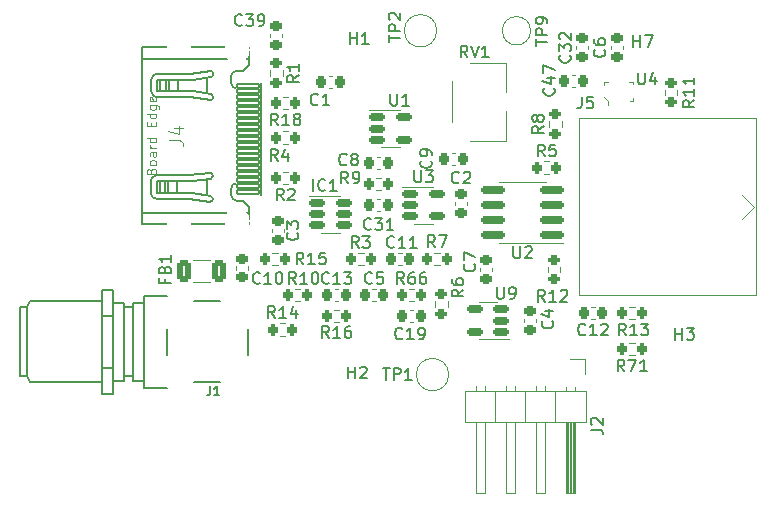
<source format=gbr>
%TF.GenerationSoftware,KiCad,Pcbnew,(6.0.4-0)*%
%TF.CreationDate,2023-05-29T14:49:53-05:00*%
%TF.ProjectId,voltage_sense,766f6c74-6167-4655-9f73-656e73652e6b,rev?*%
%TF.SameCoordinates,Original*%
%TF.FileFunction,Legend,Top*%
%TF.FilePolarity,Positive*%
%FSLAX46Y46*%
G04 Gerber Fmt 4.6, Leading zero omitted, Abs format (unit mm)*
G04 Created by KiCad (PCBNEW (6.0.4-0)) date 2023-05-29 14:49:53*
%MOMM*%
%LPD*%
G01*
G04 APERTURE LIST*
G04 Aperture macros list*
%AMRoundRect*
0 Rectangle with rounded corners*
0 $1 Rounding radius*
0 $2 $3 $4 $5 $6 $7 $8 $9 X,Y pos of 4 corners*
0 Add a 4 corners polygon primitive as box body*
4,1,4,$2,$3,$4,$5,$6,$7,$8,$9,$2,$3,0*
0 Add four circle primitives for the rounded corners*
1,1,$1+$1,$2,$3*
1,1,$1+$1,$4,$5*
1,1,$1+$1,$6,$7*
1,1,$1+$1,$8,$9*
0 Add four rect primitives between the rounded corners*
20,1,$1+$1,$2,$3,$4,$5,0*
20,1,$1+$1,$4,$5,$6,$7,0*
20,1,$1+$1,$6,$7,$8,$9,0*
20,1,$1+$1,$8,$9,$2,$3,0*%
G04 Aperture macros list end*
%ADD10C,0.150000*%
%ADD11C,0.096520*%
%ADD12C,0.100000*%
%ADD13C,0.146710*%
%ADD14C,0.120000*%
%ADD15C,0.127000*%
%ADD16C,0.203200*%
%ADD17RoundRect,0.150000X-0.512500X-0.150000X0.512500X-0.150000X0.512500X0.150000X-0.512500X0.150000X0*%
%ADD18RoundRect,0.200000X0.200000X0.275000X-0.200000X0.275000X-0.200000X-0.275000X0.200000X-0.275000X0*%
%ADD19RoundRect,0.150000X0.825000X0.150000X-0.825000X0.150000X-0.825000X-0.150000X0.825000X-0.150000X0*%
%ADD20R,1.700000X1.700000*%
%ADD21O,1.700000X1.700000*%
%ADD22RoundRect,0.200000X-0.200000X-0.275000X0.200000X-0.275000X0.200000X0.275000X-0.200000X0.275000X0*%
%ADD23RoundRect,0.225000X0.250000X-0.225000X0.250000X0.225000X-0.250000X0.225000X-0.250000X-0.225000X0*%
%ADD24C,2.020000*%
%ADD25RoundRect,0.225000X-0.225000X-0.250000X0.225000X-0.250000X0.225000X0.250000X-0.225000X0.250000X0*%
%ADD26RoundRect,0.200000X-0.275000X0.200000X-0.275000X-0.200000X0.275000X-0.200000X0.275000X0.200000X0*%
%ADD27R,0.420000X0.600000*%
%ADD28RoundRect,0.225000X0.225000X0.250000X-0.225000X0.250000X-0.225000X-0.250000X0.225000X-0.250000X0*%
%ADD29C,2.000000*%
%ADD30C,2.200000*%
%ADD31RoundRect,0.200000X0.275000X-0.200000X0.275000X0.200000X-0.275000X0.200000X-0.275000X-0.200000X0*%
%ADD32O,2.500000X1.600000*%
%ADD33O,7.000000X3.500000*%
%ADD34RoundRect,0.101600X-0.950000X0.150000X-0.950000X-0.150000X0.950000X-0.150000X0.950000X0.150000X0*%
%ADD35RoundRect,0.100000X-0.950000X0.150000X-0.950000X-0.150000X0.950000X-0.150000X0.950000X0.150000X0*%
%ADD36C,2.153200*%
%ADD37C,4.400000*%
%ADD38R,2.790000X1.190000*%
%ADD39C,2.108200*%
%ADD40C,2.870200*%
%ADD41RoundRect,0.150000X0.512500X0.150000X-0.512500X0.150000X-0.512500X-0.150000X0.512500X-0.150000X0*%
%ADD42RoundRect,0.250000X-0.325000X-0.650000X0.325000X-0.650000X0.325000X0.650000X-0.325000X0.650000X0*%
G04 APERTURE END LIST*
D10*
%TO.C,U3*%
X22352095Y20410119D02*
X22352095Y19600595D01*
X22399714Y19505357D01*
X22447333Y19457738D01*
X22542571Y19410119D01*
X22733047Y19410119D01*
X22828285Y19457738D01*
X22875904Y19505357D01*
X22923523Y19600595D01*
X22923523Y20410119D01*
X23304476Y20410119D02*
X23923523Y20410119D01*
X23590190Y20029166D01*
X23733047Y20029166D01*
X23828285Y19981547D01*
X23875904Y19933928D01*
X23923523Y19838690D01*
X23923523Y19600595D01*
X23875904Y19505357D01*
X23828285Y19457738D01*
X23733047Y19410119D01*
X23447333Y19410119D01*
X23352095Y19457738D01*
X23304476Y19505357D01*
%TO.C,R10*%
X12311142Y10787119D02*
X11977809Y11263309D01*
X11739714Y10787119D02*
X11739714Y11787119D01*
X12120666Y11787119D01*
X12215904Y11739500D01*
X12263523Y11691880D01*
X12311142Y11596642D01*
X12311142Y11453785D01*
X12263523Y11358547D01*
X12215904Y11310928D01*
X12120666Y11263309D01*
X11739714Y11263309D01*
X13263523Y10787119D02*
X12692095Y10787119D01*
X12977809Y10787119D02*
X12977809Y11787119D01*
X12882571Y11644261D01*
X12787333Y11549023D01*
X12692095Y11501404D01*
X13882571Y11787119D02*
X13977809Y11787119D01*
X14073047Y11739500D01*
X14120666Y11691880D01*
X14168285Y11596642D01*
X14215904Y11406166D01*
X14215904Y11168071D01*
X14168285Y10977595D01*
X14120666Y10882357D01*
X14073047Y10834738D01*
X13977809Y10787119D01*
X13882571Y10787119D01*
X13787333Y10834738D01*
X13739714Y10882357D01*
X13692095Y10977595D01*
X13644476Y11168071D01*
X13644476Y11406166D01*
X13692095Y11596642D01*
X13739714Y11691880D01*
X13787333Y11739500D01*
X13882571Y11787119D01*
%TO.C,U2*%
X30734095Y13975119D02*
X30734095Y13165595D01*
X30781714Y13070357D01*
X30829333Y13022738D01*
X30924571Y12975119D01*
X31115047Y12975119D01*
X31210285Y13022738D01*
X31257904Y13070357D01*
X31305523Y13165595D01*
X31305523Y13975119D01*
X31734095Y13879880D02*
X31781714Y13927500D01*
X31876952Y13975119D01*
X32115047Y13975119D01*
X32210285Y13927500D01*
X32257904Y13879880D01*
X32305523Y13784642D01*
X32305523Y13689404D01*
X32257904Y13546547D01*
X31686476Y12975119D01*
X32305523Y12975119D01*
%TO.C,J2*%
X37272380Y-1549833D02*
X37986666Y-1549833D01*
X38129523Y-1597452D01*
X38224761Y-1692690D01*
X38272380Y-1835547D01*
X38272380Y-1930785D01*
X37367619Y-1121261D02*
X37320000Y-1073642D01*
X37272380Y-978404D01*
X37272380Y-740309D01*
X37320000Y-645071D01*
X37367619Y-597452D01*
X37462857Y-549833D01*
X37558095Y-549833D01*
X37700952Y-597452D01*
X38272380Y-1168880D01*
X38272380Y-549833D01*
%TO.C,R13*%
X40251142Y6438119D02*
X39917809Y6914309D01*
X39679714Y6438119D02*
X39679714Y7438119D01*
X40060666Y7438119D01*
X40155904Y7390500D01*
X40203523Y7342880D01*
X40251142Y7247642D01*
X40251142Y7104785D01*
X40203523Y7009547D01*
X40155904Y6961928D01*
X40060666Y6914309D01*
X39679714Y6914309D01*
X41203523Y6438119D02*
X40632095Y6438119D01*
X40917809Y6438119D02*
X40917809Y7438119D01*
X40822571Y7295261D01*
X40727333Y7200023D01*
X40632095Y7152404D01*
X41536857Y7438119D02*
X42155904Y7438119D01*
X41822571Y7057166D01*
X41965428Y7057166D01*
X42060666Y7009547D01*
X42108285Y6961928D01*
X42155904Y6866690D01*
X42155904Y6628595D01*
X42108285Y6533357D01*
X42060666Y6485738D01*
X41965428Y6438119D01*
X41679714Y6438119D01*
X41584476Y6485738D01*
X41536857Y6533357D01*
%TO.C,C6*%
X38424142Y30630833D02*
X38471761Y30583214D01*
X38519380Y30440357D01*
X38519380Y30345119D01*
X38471761Y30202261D01*
X38376523Y30107023D01*
X38281285Y30059404D01*
X38090809Y30011785D01*
X37947952Y30011785D01*
X37757476Y30059404D01*
X37662238Y30107023D01*
X37567000Y30202261D01*
X37519380Y30345119D01*
X37519380Y30440357D01*
X37567000Y30583214D01*
X37614619Y30630833D01*
X37519380Y31487976D02*
X37519380Y31297500D01*
X37567000Y31202261D01*
X37614619Y31154642D01*
X37757476Y31059404D01*
X37947952Y31011785D01*
X38328904Y31011785D01*
X38424142Y31059404D01*
X38471761Y31107023D01*
X38519380Y31202261D01*
X38519380Y31392738D01*
X38471761Y31487976D01*
X38424142Y31535595D01*
X38328904Y31583214D01*
X38090809Y31583214D01*
X37995571Y31535595D01*
X37947952Y31487976D01*
X37900333Y31392738D01*
X37900333Y31202261D01*
X37947952Y31107023D01*
X37995571Y31059404D01*
X38090809Y31011785D01*
%TO.C,C7*%
X27408142Y12469833D02*
X27455761Y12422214D01*
X27503380Y12279357D01*
X27503380Y12184119D01*
X27455761Y12041261D01*
X27360523Y11946023D01*
X27265285Y11898404D01*
X27074809Y11850785D01*
X26931952Y11850785D01*
X26741476Y11898404D01*
X26646238Y11946023D01*
X26551000Y12041261D01*
X26503380Y12184119D01*
X26503380Y12279357D01*
X26551000Y12422214D01*
X26598619Y12469833D01*
X26503380Y12803166D02*
X26503380Y13469833D01*
X27503380Y13041261D01*
%TO.C,TP1*%
X19693095Y3659119D02*
X20264523Y3659119D01*
X19978809Y2659119D02*
X19978809Y3659119D01*
X20597857Y2659119D02*
X20597857Y3659119D01*
X20978809Y3659119D01*
X21074047Y3611500D01*
X21121666Y3563880D01*
X21169285Y3468642D01*
X21169285Y3325785D01*
X21121666Y3230547D01*
X21074047Y3182928D01*
X20978809Y3135309D01*
X20597857Y3135309D01*
X22121666Y2659119D02*
X21550238Y2659119D01*
X21835952Y2659119D02*
X21835952Y3659119D01*
X21740714Y3516261D01*
X21645476Y3421023D01*
X21550238Y3373404D01*
%TO.C,R4*%
X10755333Y21201119D02*
X10422000Y21677309D01*
X10183904Y21201119D02*
X10183904Y22201119D01*
X10564857Y22201119D01*
X10660095Y22153500D01*
X10707714Y22105880D01*
X10755333Y22010642D01*
X10755333Y21867785D01*
X10707714Y21772547D01*
X10660095Y21724928D01*
X10564857Y21677309D01*
X10183904Y21677309D01*
X11612476Y21867785D02*
X11612476Y21201119D01*
X11374380Y22248738D02*
X11136285Y21534452D01*
X11755333Y21534452D01*
%TO.C,C31*%
X18661142Y15454357D02*
X18613523Y15406738D01*
X18470666Y15359119D01*
X18375428Y15359119D01*
X18232571Y15406738D01*
X18137333Y15501976D01*
X18089714Y15597214D01*
X18042095Y15787690D01*
X18042095Y15930547D01*
X18089714Y16121023D01*
X18137333Y16216261D01*
X18232571Y16311500D01*
X18375428Y16359119D01*
X18470666Y16359119D01*
X18613523Y16311500D01*
X18661142Y16263880D01*
X18994476Y16359119D02*
X19613523Y16359119D01*
X19280190Y15978166D01*
X19423047Y15978166D01*
X19518285Y15930547D01*
X19565904Y15882928D01*
X19613523Y15787690D01*
X19613523Y15549595D01*
X19565904Y15454357D01*
X19518285Y15406738D01*
X19423047Y15359119D01*
X19137333Y15359119D01*
X19042095Y15406738D01*
X18994476Y15454357D01*
X20565904Y15359119D02*
X19994476Y15359119D01*
X20280190Y15359119D02*
X20280190Y16359119D01*
X20184952Y16216261D01*
X20089714Y16121023D01*
X19994476Y16073404D01*
%TO.C,R6*%
X26487380Y10310833D02*
X26011190Y9977500D01*
X26487380Y9739404D02*
X25487380Y9739404D01*
X25487380Y10120357D01*
X25535000Y10215595D01*
X25582619Y10263214D01*
X25677857Y10310833D01*
X25820714Y10310833D01*
X25915952Y10263214D01*
X25963571Y10215595D01*
X26011190Y10120357D01*
X26011190Y9739404D01*
X25487380Y11167976D02*
X25487380Y10977500D01*
X25535000Y10882261D01*
X25582619Y10834642D01*
X25725476Y10739404D01*
X25915952Y10691785D01*
X26296904Y10691785D01*
X26392142Y10739404D01*
X26439761Y10787023D01*
X26487380Y10882261D01*
X26487380Y11072738D01*
X26439761Y11167976D01*
X26392142Y11215595D01*
X26296904Y11263214D01*
X26058809Y11263214D01*
X25963571Y11215595D01*
X25915952Y11167976D01*
X25868333Y11072738D01*
X25868333Y10882261D01*
X25915952Y10787023D01*
X25963571Y10739404D01*
X26058809Y10691785D01*
%TO.C,C8*%
X16597333Y20915357D02*
X16549714Y20867738D01*
X16406857Y20820119D01*
X16311619Y20820119D01*
X16168761Y20867738D01*
X16073523Y20962976D01*
X16025904Y21058214D01*
X15978285Y21248690D01*
X15978285Y21391547D01*
X16025904Y21582023D01*
X16073523Y21677261D01*
X16168761Y21772500D01*
X16311619Y21820119D01*
X16406857Y21820119D01*
X16549714Y21772500D01*
X16597333Y21724880D01*
X17168761Y21391547D02*
X17073523Y21439166D01*
X17025904Y21486785D01*
X16978285Y21582023D01*
X16978285Y21629642D01*
X17025904Y21724880D01*
X17073523Y21772500D01*
X17168761Y21820119D01*
X17359238Y21820119D01*
X17454476Y21772500D01*
X17502095Y21724880D01*
X17549714Y21629642D01*
X17549714Y21582023D01*
X17502095Y21486785D01*
X17454476Y21439166D01*
X17359238Y21391547D01*
X17168761Y21391547D01*
X17073523Y21343928D01*
X17025904Y21296309D01*
X16978285Y21201071D01*
X16978285Y21010595D01*
X17025904Y20915357D01*
X17073523Y20867738D01*
X17168761Y20820119D01*
X17359238Y20820119D01*
X17454476Y20867738D01*
X17502095Y20915357D01*
X17549714Y21010595D01*
X17549714Y21201071D01*
X17502095Y21296309D01*
X17454476Y21343928D01*
X17359238Y21391547D01*
%TO.C,R66*%
X21455142Y10787119D02*
X21121809Y11263309D01*
X20883714Y10787119D02*
X20883714Y11787119D01*
X21264666Y11787119D01*
X21359904Y11739500D01*
X21407523Y11691880D01*
X21455142Y11596642D01*
X21455142Y11453785D01*
X21407523Y11358547D01*
X21359904Y11310928D01*
X21264666Y11263309D01*
X20883714Y11263309D01*
X22312285Y11787119D02*
X22121809Y11787119D01*
X22026571Y11739500D01*
X21978952Y11691880D01*
X21883714Y11549023D01*
X21836095Y11358547D01*
X21836095Y10977595D01*
X21883714Y10882357D01*
X21931333Y10834738D01*
X22026571Y10787119D01*
X22217047Y10787119D01*
X22312285Y10834738D01*
X22359904Y10882357D01*
X22407523Y10977595D01*
X22407523Y11215690D01*
X22359904Y11310928D01*
X22312285Y11358547D01*
X22217047Y11406166D01*
X22026571Y11406166D01*
X21931333Y11358547D01*
X21883714Y11310928D01*
X21836095Y11215690D01*
X23264666Y11787119D02*
X23074190Y11787119D01*
X22978952Y11739500D01*
X22931333Y11691880D01*
X22836095Y11549023D01*
X22788476Y11358547D01*
X22788476Y10977595D01*
X22836095Y10882357D01*
X22883714Y10834738D01*
X22978952Y10787119D01*
X23169428Y10787119D01*
X23264666Y10834738D01*
X23312285Y10882357D01*
X23359904Y10977595D01*
X23359904Y11215690D01*
X23312285Y11310928D01*
X23264666Y11358547D01*
X23169428Y11406166D01*
X22978952Y11406166D01*
X22883714Y11358547D01*
X22836095Y11310928D01*
X22788476Y11215690D01*
%TO.C,R71*%
X40124142Y3388119D02*
X39790809Y3864309D01*
X39552714Y3388119D02*
X39552714Y4388119D01*
X39933666Y4388119D01*
X40028904Y4340500D01*
X40076523Y4292880D01*
X40124142Y4197642D01*
X40124142Y4054785D01*
X40076523Y3959547D01*
X40028904Y3911928D01*
X39933666Y3864309D01*
X39552714Y3864309D01*
X40457476Y4388119D02*
X41124142Y4388119D01*
X40695571Y3388119D01*
X42028904Y3388119D02*
X41457476Y3388119D01*
X41743190Y3388119D02*
X41743190Y4388119D01*
X41647952Y4245261D01*
X41552714Y4150023D01*
X41457476Y4102404D01*
%TO.C,C32*%
X35503142Y30154642D02*
X35550761Y30107023D01*
X35598380Y29964166D01*
X35598380Y29868928D01*
X35550761Y29726071D01*
X35455523Y29630833D01*
X35360285Y29583214D01*
X35169809Y29535595D01*
X35026952Y29535595D01*
X34836476Y29583214D01*
X34741238Y29630833D01*
X34646000Y29726071D01*
X34598380Y29868928D01*
X34598380Y29964166D01*
X34646000Y30107023D01*
X34693619Y30154642D01*
X34598380Y30487976D02*
X34598380Y31107023D01*
X34979333Y30773690D01*
X34979333Y30916547D01*
X35026952Y31011785D01*
X35074571Y31059404D01*
X35169809Y31107023D01*
X35407904Y31107023D01*
X35503142Y31059404D01*
X35550761Y31011785D01*
X35598380Y30916547D01*
X35598380Y30630833D01*
X35550761Y30535595D01*
X35503142Y30487976D01*
X34693619Y31487976D02*
X34646000Y31535595D01*
X34598380Y31630833D01*
X34598380Y31868928D01*
X34646000Y31964166D01*
X34693619Y32011785D01*
X34788857Y32059404D01*
X34884095Y32059404D01*
X35026952Y32011785D01*
X35598380Y31440357D01*
X35598380Y32059404D01*
%TO.C,R16*%
X15105142Y6215119D02*
X14771809Y6691309D01*
X14533714Y6215119D02*
X14533714Y7215119D01*
X14914666Y7215119D01*
X15009904Y7167500D01*
X15057523Y7119880D01*
X15105142Y7024642D01*
X15105142Y6881785D01*
X15057523Y6786547D01*
X15009904Y6738928D01*
X14914666Y6691309D01*
X14533714Y6691309D01*
X16057523Y6215119D02*
X15486095Y6215119D01*
X15771809Y6215119D02*
X15771809Y7215119D01*
X15676571Y7072261D01*
X15581333Y6977023D01*
X15486095Y6929404D01*
X16914666Y7215119D02*
X16724190Y7215119D01*
X16628952Y7167500D01*
X16581333Y7119880D01*
X16486095Y6977023D01*
X16438476Y6786547D01*
X16438476Y6405595D01*
X16486095Y6310357D01*
X16533714Y6262738D01*
X16628952Y6215119D01*
X16819428Y6215119D01*
X16914666Y6262738D01*
X16962285Y6310357D01*
X17009904Y6405595D01*
X17009904Y6643690D01*
X16962285Y6738928D01*
X16914666Y6786547D01*
X16819428Y6834166D01*
X16628952Y6834166D01*
X16533714Y6786547D01*
X16486095Y6738928D01*
X16438476Y6643690D01*
%TO.C,U4*%
X41275095Y28678119D02*
X41275095Y27868595D01*
X41322714Y27773357D01*
X41370333Y27725738D01*
X41465571Y27678119D01*
X41656047Y27678119D01*
X41751285Y27725738D01*
X41798904Y27773357D01*
X41846523Y27868595D01*
X41846523Y28678119D01*
X42751285Y28344785D02*
X42751285Y27678119D01*
X42513190Y28725738D02*
X42275095Y28011452D01*
X42894142Y28011452D01*
%TO.C,IC1*%
X13755809Y18661119D02*
X13755809Y19661119D01*
X14803428Y18756357D02*
X14755809Y18708738D01*
X14612952Y18661119D01*
X14517714Y18661119D01*
X14374857Y18708738D01*
X14279619Y18803976D01*
X14232000Y18899214D01*
X14184380Y19089690D01*
X14184380Y19232547D01*
X14232000Y19423023D01*
X14279619Y19518261D01*
X14374857Y19613500D01*
X14517714Y19661119D01*
X14612952Y19661119D01*
X14755809Y19613500D01*
X14803428Y19565880D01*
X15755809Y18661119D02*
X15184380Y18661119D01*
X15470095Y18661119D02*
X15470095Y19661119D01*
X15374857Y19518261D01*
X15279619Y19423023D01*
X15184380Y19375404D01*
%TO.C,C11*%
X20630522Y13930357D02*
X20582903Y13882738D01*
X20440046Y13835119D01*
X20344808Y13835119D01*
X20201951Y13882738D01*
X20106713Y13977976D01*
X20059094Y14073214D01*
X20011475Y14263690D01*
X20011475Y14406547D01*
X20059094Y14597023D01*
X20106713Y14692261D01*
X20201951Y14787500D01*
X20344808Y14835119D01*
X20440046Y14835119D01*
X20582903Y14787500D01*
X20630522Y14739880D01*
X21582903Y13835119D02*
X21011475Y13835119D01*
X21297189Y13835119D02*
X21297189Y14835119D01*
X21201951Y14692261D01*
X21106713Y14597023D01*
X21011475Y14549404D01*
X22535284Y13835119D02*
X21963856Y13835119D01*
X22249570Y13835119D02*
X22249570Y14835119D01*
X22154332Y14692261D01*
X22059094Y14597023D01*
X21963856Y14549404D01*
%TO.C,TP9*%
X32599380Y30963595D02*
X32599380Y31535023D01*
X33599380Y31249309D02*
X32599380Y31249309D01*
X33599380Y31868357D02*
X32599380Y31868357D01*
X32599380Y32249309D01*
X32647000Y32344547D01*
X32694619Y32392166D01*
X32789857Y32439785D01*
X32932714Y32439785D01*
X33027952Y32392166D01*
X33075571Y32344547D01*
X33123190Y32249309D01*
X33123190Y31868357D01*
X33599380Y32915976D02*
X33599380Y33106452D01*
X33551761Y33201690D01*
X33504142Y33249309D01*
X33361285Y33344547D01*
X33170809Y33392166D01*
X32789857Y33392166D01*
X32694619Y33344547D01*
X32647000Y33296928D01*
X32599380Y33201690D01*
X32599380Y33011214D01*
X32647000Y32915976D01*
X32694619Y32868357D01*
X32789857Y32820738D01*
X33027952Y32820738D01*
X33123190Y32868357D01*
X33170809Y32915976D01*
X33218428Y33011214D01*
X33218428Y33201690D01*
X33170809Y33296928D01*
X33123190Y33344547D01*
X33027952Y33392166D01*
%TO.C,H7*%
X40894095Y30853119D02*
X40894095Y31853119D01*
X40894095Y31376928D02*
X41465523Y31376928D01*
X41465523Y30853119D02*
X41465523Y31853119D01*
X41846476Y31853119D02*
X42513142Y31853119D01*
X42084571Y30853119D01*
%TO.C,R11*%
X46045380Y26344642D02*
X45569190Y26011309D01*
X46045380Y25773214D02*
X45045380Y25773214D01*
X45045380Y26154166D01*
X45093000Y26249404D01*
X45140619Y26297023D01*
X45235857Y26344642D01*
X45378714Y26344642D01*
X45473952Y26297023D01*
X45521571Y26249404D01*
X45569190Y26154166D01*
X45569190Y25773214D01*
X46045380Y27297023D02*
X46045380Y26725595D01*
X46045380Y27011309D02*
X45045380Y27011309D01*
X45188238Y26916071D01*
X45283476Y26820833D01*
X45331095Y26725595D01*
X46045380Y28249404D02*
X46045380Y27677976D01*
X46045380Y27963690D02*
X45045380Y27963690D01*
X45188238Y27868452D01*
X45283476Y27773214D01*
X45331095Y27677976D01*
%TO.C,J5*%
X36496666Y26646119D02*
X36496666Y25931833D01*
X36449047Y25788976D01*
X36353809Y25693738D01*
X36210952Y25646119D01*
X36115714Y25646119D01*
X37449047Y26646119D02*
X36972857Y26646119D01*
X36925238Y26169928D01*
X36972857Y26217547D01*
X37068095Y26265166D01*
X37306190Y26265166D01*
X37401428Y26217547D01*
X37449047Y26169928D01*
X37496666Y26074690D01*
X37496666Y25836595D01*
X37449047Y25741357D01*
X37401428Y25693738D01*
X37306190Y25646119D01*
X37068095Y25646119D01*
X36972857Y25693738D01*
X36925238Y25741357D01*
D11*
%TO.C,J4*%
X1577297Y22933333D02*
X2439083Y22933333D01*
X2611440Y22875880D01*
X2726345Y22760976D01*
X2783797Y22588619D01*
X2783797Y22473714D01*
X1979464Y24024928D02*
X2783797Y24024928D01*
X1519845Y23737666D02*
X2381630Y23450404D01*
X2381630Y24197285D01*
D12*
X60857Y20325976D02*
X98952Y20440261D01*
X137047Y20478357D01*
X213238Y20516452D01*
X327523Y20516452D01*
X403714Y20478357D01*
X441809Y20440261D01*
X479904Y20364071D01*
X479904Y20059309D01*
X-320095Y20059309D01*
X-320095Y20325976D01*
X-282000Y20402166D01*
X-243904Y20440261D01*
X-167714Y20478357D01*
X-91523Y20478357D01*
X-15333Y20440261D01*
X22761Y20402166D01*
X60857Y20325976D01*
X60857Y20059309D01*
X479904Y20973595D02*
X441809Y20897404D01*
X403714Y20859309D01*
X327523Y20821214D01*
X98952Y20821214D01*
X22761Y20859309D01*
X-15333Y20897404D01*
X-53428Y20973595D01*
X-53428Y21087880D01*
X-15333Y21164071D01*
X22761Y21202166D01*
X98952Y21240261D01*
X327523Y21240261D01*
X403714Y21202166D01*
X441809Y21164071D01*
X479904Y21087880D01*
X479904Y20973595D01*
X479904Y21925976D02*
X60857Y21925976D01*
X-15333Y21887880D01*
X-53428Y21811690D01*
X-53428Y21659309D01*
X-15333Y21583119D01*
X441809Y21925976D02*
X479904Y21849785D01*
X479904Y21659309D01*
X441809Y21583119D01*
X365619Y21545023D01*
X289428Y21545023D01*
X213238Y21583119D01*
X175142Y21659309D01*
X175142Y21849785D01*
X137047Y21925976D01*
X479904Y22306928D02*
X-53428Y22306928D01*
X98952Y22306928D02*
X22761Y22345023D01*
X-15333Y22383119D01*
X-53428Y22459309D01*
X-53428Y22535500D01*
X479904Y23145023D02*
X-320095Y23145023D01*
X441809Y23145023D02*
X479904Y23068833D01*
X479904Y22916452D01*
X441809Y22840261D01*
X403714Y22802166D01*
X327523Y22764071D01*
X98952Y22764071D01*
X22761Y22802166D01*
X-15333Y22840261D01*
X-53428Y22916452D01*
X-53428Y23068833D01*
X-15333Y23145023D01*
X60857Y24135500D02*
X60857Y24402166D01*
X479904Y24516452D02*
X479904Y24135500D01*
X-320095Y24135500D01*
X-320095Y24516452D01*
X479904Y25202166D02*
X-320095Y25202166D01*
X441809Y25202166D02*
X479904Y25125976D01*
X479904Y24973595D01*
X441809Y24897404D01*
X403714Y24859309D01*
X327523Y24821214D01*
X98952Y24821214D01*
X22761Y24859309D01*
X-15333Y24897404D01*
X-53428Y24973595D01*
X-53428Y25125976D01*
X-15333Y25202166D01*
X-53428Y25925976D02*
X594190Y25925976D01*
X670380Y25887880D01*
X708476Y25849785D01*
X746571Y25773595D01*
X746571Y25659309D01*
X708476Y25583119D01*
X441809Y25925976D02*
X479904Y25849785D01*
X479904Y25697404D01*
X441809Y25621214D01*
X403714Y25583119D01*
X327523Y25545023D01*
X98952Y25545023D01*
X22761Y25583119D01*
X-15333Y25621214D01*
X-53428Y25697404D01*
X-53428Y25849785D01*
X-15333Y25925976D01*
X441809Y26611690D02*
X479904Y26535500D01*
X479904Y26383119D01*
X441809Y26306928D01*
X365619Y26268833D01*
X60857Y26268833D01*
X-15333Y26306928D01*
X-53428Y26383119D01*
X-53428Y26535500D01*
X-15333Y26611690D01*
X60857Y26649785D01*
X137047Y26649785D01*
X213238Y26268833D01*
D10*
%TO.C,U1*%
X20320095Y26887119D02*
X20320095Y26077595D01*
X20367714Y25982357D01*
X20415333Y25934738D01*
X20510571Y25887119D01*
X20701047Y25887119D01*
X20796285Y25934738D01*
X20843904Y25982357D01*
X20891523Y26077595D01*
X20891523Y26887119D01*
X21891523Y25887119D02*
X21320095Y25887119D01*
X21605809Y25887119D02*
X21605809Y26887119D01*
X21510571Y26744261D01*
X21415333Y26649023D01*
X21320095Y26601404D01*
%TO.C,H2*%
X16764095Y2786119D02*
X16764095Y3786119D01*
X16764095Y3309928D02*
X17335523Y3309928D01*
X17335523Y2786119D02*
X17335523Y3786119D01*
X17764095Y3690880D02*
X17811714Y3738500D01*
X17906952Y3786119D01*
X18145047Y3786119D01*
X18240285Y3738500D01*
X18287904Y3690880D01*
X18335523Y3595642D01*
X18335523Y3500404D01*
X18287904Y3357547D01*
X17716476Y2786119D01*
X18335523Y2786119D01*
%TO.C,R1*%
X12550380Y28471833D02*
X12074190Y28138500D01*
X12550380Y27900404D02*
X11550380Y27900404D01*
X11550380Y28281357D01*
X11598000Y28376595D01*
X11645619Y28424214D01*
X11740857Y28471833D01*
X11883714Y28471833D01*
X11978952Y28424214D01*
X12026571Y28376595D01*
X12074190Y28281357D01*
X12074190Y27900404D01*
X12550380Y29424214D02*
X12550380Y28852785D01*
X12550380Y29138500D02*
X11550380Y29138500D01*
X11693238Y29043261D01*
X11788476Y28948023D01*
X11836095Y28852785D01*
%TO.C,H3*%
X44438095Y6065119D02*
X44438095Y7065119D01*
X44438095Y6588928D02*
X45009523Y6588928D01*
X45009523Y6065119D02*
X45009523Y7065119D01*
X45390476Y7065119D02*
X46009523Y7065119D01*
X45676190Y6684166D01*
X45819047Y6684166D01*
X45914285Y6636547D01*
X45961904Y6588928D01*
X46009523Y6493690D01*
X46009523Y6255595D01*
X45961904Y6160357D01*
X45914285Y6112738D01*
X45819047Y6065119D01*
X45533333Y6065119D01*
X45438095Y6112738D01*
X45390476Y6160357D01*
%TO.C,R12*%
X33393142Y9295119D02*
X33059809Y9771309D01*
X32821714Y9295119D02*
X32821714Y10295119D01*
X33202666Y10295119D01*
X33297904Y10247500D01*
X33345523Y10199880D01*
X33393142Y10104642D01*
X33393142Y9961785D01*
X33345523Y9866547D01*
X33297904Y9818928D01*
X33202666Y9771309D01*
X32821714Y9771309D01*
X34345523Y9295119D02*
X33774095Y9295119D01*
X34059809Y9295119D02*
X34059809Y10295119D01*
X33964571Y10152261D01*
X33869333Y10057023D01*
X33774095Y10009404D01*
X34726476Y10199880D02*
X34774095Y10247500D01*
X34869333Y10295119D01*
X35107428Y10295119D01*
X35202666Y10247500D01*
X35250285Y10199880D01*
X35297904Y10104642D01*
X35297904Y10009404D01*
X35250285Y9866547D01*
X34678857Y9295119D01*
X35297904Y9295119D01*
%TO.C,TP2*%
X20153380Y31313595D02*
X20153380Y31885023D01*
X21153380Y31599309D02*
X20153380Y31599309D01*
X21153380Y32218357D02*
X20153380Y32218357D01*
X20153380Y32599309D01*
X20201000Y32694547D01*
X20248619Y32742166D01*
X20343857Y32789785D01*
X20486714Y32789785D01*
X20581952Y32742166D01*
X20629571Y32694547D01*
X20677190Y32599309D01*
X20677190Y32218357D01*
X20248619Y33170738D02*
X20201000Y33218357D01*
X20153380Y33313595D01*
X20153380Y33551690D01*
X20201000Y33646928D01*
X20248619Y33694547D01*
X20343857Y33742166D01*
X20439095Y33742166D01*
X20581952Y33694547D01*
X21153380Y33123119D01*
X21153380Y33742166D01*
%TO.C,R18*%
X10787142Y24216119D02*
X10453809Y24692309D01*
X10215714Y24216119D02*
X10215714Y25216119D01*
X10596666Y25216119D01*
X10691904Y25168500D01*
X10739523Y25120880D01*
X10787142Y25025642D01*
X10787142Y24882785D01*
X10739523Y24787547D01*
X10691904Y24739928D01*
X10596666Y24692309D01*
X10215714Y24692309D01*
X11739523Y24216119D02*
X11168095Y24216119D01*
X11453809Y24216119D02*
X11453809Y25216119D01*
X11358571Y25073261D01*
X11263333Y24978023D01*
X11168095Y24930404D01*
X12310952Y24787547D02*
X12215714Y24835166D01*
X12168095Y24882785D01*
X12120476Y24978023D01*
X12120476Y25025642D01*
X12168095Y25120880D01*
X12215714Y25168500D01*
X12310952Y25216119D01*
X12501428Y25216119D01*
X12596666Y25168500D01*
X12644285Y25120880D01*
X12691904Y25025642D01*
X12691904Y24978023D01*
X12644285Y24882785D01*
X12596666Y24835166D01*
X12501428Y24787547D01*
X12310952Y24787547D01*
X12215714Y24739928D01*
X12168095Y24692309D01*
X12120476Y24597071D01*
X12120476Y24406595D01*
X12168095Y24311357D01*
X12215714Y24263738D01*
X12310952Y24216119D01*
X12501428Y24216119D01*
X12596666Y24263738D01*
X12644285Y24311357D01*
X12691904Y24406595D01*
X12691904Y24597071D01*
X12644285Y24692309D01*
X12596666Y24739928D01*
X12501428Y24787547D01*
%TO.C,C19*%
X21328142Y6183357D02*
X21280523Y6135738D01*
X21137666Y6088119D01*
X21042428Y6088119D01*
X20899571Y6135738D01*
X20804333Y6230976D01*
X20756714Y6326214D01*
X20709095Y6516690D01*
X20709095Y6659547D01*
X20756714Y6850023D01*
X20804333Y6945261D01*
X20899571Y7040500D01*
X21042428Y7088119D01*
X21137666Y7088119D01*
X21280523Y7040500D01*
X21328142Y6992880D01*
X22280523Y6088119D02*
X21709095Y6088119D01*
X21994809Y6088119D02*
X21994809Y7088119D01*
X21899571Y6945261D01*
X21804333Y6850023D01*
X21709095Y6802404D01*
X22756714Y6088119D02*
X22947190Y6088119D01*
X23042428Y6135738D01*
X23090047Y6183357D01*
X23185285Y6326214D01*
X23232904Y6516690D01*
X23232904Y6897642D01*
X23185285Y6992880D01*
X23137666Y7040500D01*
X23042428Y7088119D01*
X22851952Y7088119D01*
X22756714Y7040500D01*
X22709095Y6992880D01*
X22661476Y6897642D01*
X22661476Y6659547D01*
X22709095Y6564309D01*
X22756714Y6516690D01*
X22851952Y6469071D01*
X23042428Y6469071D01*
X23137666Y6516690D01*
X23185285Y6564309D01*
X23232904Y6659547D01*
%TO.C,C12*%
X36822142Y6531357D02*
X36774523Y6483738D01*
X36631666Y6436119D01*
X36536428Y6436119D01*
X36393571Y6483738D01*
X36298333Y6578976D01*
X36250714Y6674214D01*
X36203095Y6864690D01*
X36203095Y7007547D01*
X36250714Y7198023D01*
X36298333Y7293261D01*
X36393571Y7388500D01*
X36536428Y7436119D01*
X36631666Y7436119D01*
X36774523Y7388500D01*
X36822142Y7340880D01*
X37774523Y6436119D02*
X37203095Y6436119D01*
X37488809Y6436119D02*
X37488809Y7436119D01*
X37393571Y7293261D01*
X37298333Y7198023D01*
X37203095Y7150404D01*
X38155476Y7340880D02*
X38203095Y7388500D01*
X38298333Y7436119D01*
X38536428Y7436119D01*
X38631666Y7388500D01*
X38679285Y7340880D01*
X38726904Y7245642D01*
X38726904Y7150404D01*
X38679285Y7007547D01*
X38107857Y6436119D01*
X38726904Y6436119D01*
%TO.C,RV1*%
X26836761Y29964119D02*
X26503428Y30440309D01*
X26265333Y29964119D02*
X26265333Y30964119D01*
X26646285Y30964119D01*
X26741523Y30916500D01*
X26789142Y30868880D01*
X26836761Y30773642D01*
X26836761Y30630785D01*
X26789142Y30535547D01*
X26741523Y30487928D01*
X26646285Y30440309D01*
X26265333Y30440309D01*
X27122476Y30964119D02*
X27455809Y29964119D01*
X27789142Y30964119D01*
X28646285Y29964119D02*
X28074857Y29964119D01*
X28360571Y29964119D02*
X28360571Y30964119D01*
X28265333Y30821261D01*
X28170095Y30726023D01*
X28074857Y30678404D01*
%TO.C,C10*%
X9263142Y10882357D02*
X9215523Y10834738D01*
X9072666Y10787119D01*
X8977428Y10787119D01*
X8834571Y10834738D01*
X8739333Y10929976D01*
X8691714Y11025214D01*
X8644095Y11215690D01*
X8644095Y11358547D01*
X8691714Y11549023D01*
X8739333Y11644261D01*
X8834571Y11739500D01*
X8977428Y11787119D01*
X9072666Y11787119D01*
X9215523Y11739500D01*
X9263142Y11691880D01*
X10215523Y10787119D02*
X9644095Y10787119D01*
X9929809Y10787119D02*
X9929809Y11787119D01*
X9834571Y11644261D01*
X9739333Y11549023D01*
X9644095Y11501404D01*
X10834571Y11787119D02*
X10929809Y11787119D01*
X11025047Y11739500D01*
X11072666Y11691880D01*
X11120285Y11596642D01*
X11167904Y11406166D01*
X11167904Y11168071D01*
X11120285Y10977595D01*
X11072666Y10882357D01*
X11025047Y10834738D01*
X10929809Y10787119D01*
X10834571Y10787119D01*
X10739333Y10834738D01*
X10691714Y10882357D01*
X10644095Y10977595D01*
X10596476Y11168071D01*
X10596476Y11406166D01*
X10644095Y11596642D01*
X10691714Y11691880D01*
X10739333Y11739500D01*
X10834571Y11787119D01*
%TO.C,R15*%
X12946142Y12438119D02*
X12612809Y12914309D01*
X12374714Y12438119D02*
X12374714Y13438119D01*
X12755666Y13438119D01*
X12850904Y13390500D01*
X12898523Y13342880D01*
X12946142Y13247642D01*
X12946142Y13104785D01*
X12898523Y13009547D01*
X12850904Y12961928D01*
X12755666Y12914309D01*
X12374714Y12914309D01*
X13898523Y12438119D02*
X13327095Y12438119D01*
X13612809Y12438119D02*
X13612809Y13438119D01*
X13517571Y13295261D01*
X13422333Y13200023D01*
X13327095Y13152404D01*
X14803285Y13438119D02*
X14327095Y13438119D01*
X14279476Y12961928D01*
X14327095Y13009547D01*
X14422333Y13057166D01*
X14660428Y13057166D01*
X14755666Y13009547D01*
X14803285Y12961928D01*
X14850904Y12866690D01*
X14850904Y12628595D01*
X14803285Y12533357D01*
X14755666Y12485738D01*
X14660428Y12438119D01*
X14422333Y12438119D01*
X14327095Y12485738D01*
X14279476Y12533357D01*
%TO.C,H1*%
X16891095Y31107119D02*
X16891095Y32107119D01*
X16891095Y31630928D02*
X17462523Y31630928D01*
X17462523Y31107119D02*
X17462523Y32107119D01*
X18462523Y31107119D02*
X17891095Y31107119D01*
X18176809Y31107119D02*
X18176809Y32107119D01*
X18081571Y31964261D01*
X17986333Y31869023D01*
X17891095Y31821404D01*
%TO.C,R2*%
X11263333Y17866119D02*
X10930000Y18342309D01*
X10691904Y17866119D02*
X10691904Y18866119D01*
X11072857Y18866119D01*
X11168095Y18818500D01*
X11215714Y18770880D01*
X11263333Y18675642D01*
X11263333Y18532785D01*
X11215714Y18437547D01*
X11168095Y18389928D01*
X11072857Y18342309D01*
X10691904Y18342309D01*
X11644285Y18770880D02*
X11691904Y18818500D01*
X11787142Y18866119D01*
X12025238Y18866119D01*
X12120476Y18818500D01*
X12168095Y18770880D01*
X12215714Y18675642D01*
X12215714Y18580404D01*
X12168095Y18437547D01*
X11596666Y17866119D01*
X12215714Y17866119D01*
%TO.C,C5*%
X18756333Y10882357D02*
X18708714Y10834738D01*
X18565857Y10787119D01*
X18470619Y10787119D01*
X18327761Y10834738D01*
X18232523Y10929976D01*
X18184904Y11025214D01*
X18137285Y11215690D01*
X18137285Y11358547D01*
X18184904Y11549023D01*
X18232523Y11644261D01*
X18327761Y11739500D01*
X18470619Y11787119D01*
X18565857Y11787119D01*
X18708714Y11739500D01*
X18756333Y11691880D01*
X19661095Y11787119D02*
X19184904Y11787119D01*
X19137285Y11310928D01*
X19184904Y11358547D01*
X19280142Y11406166D01*
X19518238Y11406166D01*
X19613476Y11358547D01*
X19661095Y11310928D01*
X19708714Y11215690D01*
X19708714Y10977595D01*
X19661095Y10882357D01*
X19613476Y10834738D01*
X19518238Y10787119D01*
X19280142Y10787119D01*
X19184904Y10834738D01*
X19137285Y10882357D01*
%TO.C,C1*%
X14184333Y25995357D02*
X14136714Y25947738D01*
X13993857Y25900119D01*
X13898619Y25900119D01*
X13755761Y25947738D01*
X13660523Y26042976D01*
X13612904Y26138214D01*
X13565285Y26328690D01*
X13565285Y26471547D01*
X13612904Y26662023D01*
X13660523Y26757261D01*
X13755761Y26852500D01*
X13898619Y26900119D01*
X13993857Y26900119D01*
X14136714Y26852500D01*
X14184333Y26804880D01*
X15136714Y25900119D02*
X14565285Y25900119D01*
X14851000Y25900119D02*
X14851000Y26900119D01*
X14755761Y26757261D01*
X14660523Y26662023D01*
X14565285Y26614404D01*
D13*
%TO.C,J1*%
X5071826Y2142429D02*
X5071826Y1590886D01*
X5035056Y1480578D01*
X4961517Y1407039D01*
X4851209Y1370269D01*
X4777670Y1370269D01*
X5843986Y1370269D02*
X5402751Y1370269D01*
X5623369Y1370269D02*
X5623369Y2142429D01*
X5549830Y2032120D01*
X5476291Y1958581D01*
X5402751Y1921812D01*
D10*
%TO.C,U9*%
X29337095Y10517119D02*
X29337095Y9707595D01*
X29384714Y9612357D01*
X29432333Y9564738D01*
X29527571Y9517119D01*
X29718047Y9517119D01*
X29813285Y9564738D01*
X29860904Y9612357D01*
X29908523Y9707595D01*
X29908523Y10517119D01*
X30432333Y9517119D02*
X30622809Y9517119D01*
X30718047Y9564738D01*
X30765666Y9612357D01*
X30860904Y9755214D01*
X30908523Y9945690D01*
X30908523Y10326642D01*
X30860904Y10421880D01*
X30813285Y10469500D01*
X30718047Y10517119D01*
X30527571Y10517119D01*
X30432333Y10469500D01*
X30384714Y10421880D01*
X30337095Y10326642D01*
X30337095Y10088547D01*
X30384714Y9993309D01*
X30432333Y9945690D01*
X30527571Y9898071D01*
X30718047Y9898071D01*
X30813285Y9945690D01*
X30860904Y9993309D01*
X30908523Y10088547D01*
%TO.C,C2*%
X26122333Y19391357D02*
X26074714Y19343738D01*
X25931857Y19296119D01*
X25836619Y19296119D01*
X25693761Y19343738D01*
X25598523Y19438976D01*
X25550904Y19534214D01*
X25503285Y19724690D01*
X25503285Y19867547D01*
X25550904Y20058023D01*
X25598523Y20153261D01*
X25693761Y20248500D01*
X25836619Y20296119D01*
X25931857Y20296119D01*
X26074714Y20248500D01*
X26122333Y20200880D01*
X26503285Y20200880D02*
X26550904Y20248500D01*
X26646142Y20296119D01*
X26884238Y20296119D01*
X26979476Y20248500D01*
X27027095Y20200880D01*
X27074714Y20105642D01*
X27074714Y20010404D01*
X27027095Y19867547D01*
X26455666Y19296119D01*
X27074714Y19296119D01*
%TO.C,C39*%
X7739142Y32726357D02*
X7691523Y32678738D01*
X7548666Y32631119D01*
X7453428Y32631119D01*
X7310571Y32678738D01*
X7215333Y32773976D01*
X7167714Y32869214D01*
X7120095Y33059690D01*
X7120095Y33202547D01*
X7167714Y33393023D01*
X7215333Y33488261D01*
X7310571Y33583500D01*
X7453428Y33631119D01*
X7548666Y33631119D01*
X7691523Y33583500D01*
X7739142Y33535880D01*
X8072476Y33631119D02*
X8691523Y33631119D01*
X8358190Y33250166D01*
X8501047Y33250166D01*
X8596285Y33202547D01*
X8643904Y33154928D01*
X8691523Y33059690D01*
X8691523Y32821595D01*
X8643904Y32726357D01*
X8596285Y32678738D01*
X8501047Y32631119D01*
X8215333Y32631119D01*
X8120095Y32678738D01*
X8072476Y32726357D01*
X9167714Y32631119D02*
X9358190Y32631119D01*
X9453428Y32678738D01*
X9501047Y32726357D01*
X9596285Y32869214D01*
X9643904Y33059690D01*
X9643904Y33440642D01*
X9596285Y33535880D01*
X9548666Y33583500D01*
X9453428Y33631119D01*
X9262952Y33631119D01*
X9167714Y33583500D01*
X9120095Y33535880D01*
X9072476Y33440642D01*
X9072476Y33202547D01*
X9120095Y33107309D01*
X9167714Y33059690D01*
X9262952Y33012071D01*
X9453428Y33012071D01*
X9548666Y33059690D01*
X9596285Y33107309D01*
X9643904Y33202547D01*
%TO.C,R3*%
X17613333Y13835119D02*
X17280000Y14311309D01*
X17041904Y13835119D02*
X17041904Y14835119D01*
X17422857Y14835119D01*
X17518095Y14787500D01*
X17565714Y14739880D01*
X17613333Y14644642D01*
X17613333Y14501785D01*
X17565714Y14406547D01*
X17518095Y14358928D01*
X17422857Y14311309D01*
X17041904Y14311309D01*
X17946666Y14835119D02*
X18565714Y14835119D01*
X18232380Y14454166D01*
X18375238Y14454166D01*
X18470476Y14406547D01*
X18518095Y14358928D01*
X18565714Y14263690D01*
X18565714Y14025595D01*
X18518095Y13930357D01*
X18470476Y13882738D01*
X18375238Y13835119D01*
X18089523Y13835119D01*
X17994285Y13882738D01*
X17946666Y13930357D01*
%TO.C,R14*%
X10533142Y7899119D02*
X10199809Y8375309D01*
X9961714Y7899119D02*
X9961714Y8899119D01*
X10342666Y8899119D01*
X10437904Y8851500D01*
X10485523Y8803880D01*
X10533142Y8708642D01*
X10533142Y8565785D01*
X10485523Y8470547D01*
X10437904Y8422928D01*
X10342666Y8375309D01*
X9961714Y8375309D01*
X11485523Y7899119D02*
X10914095Y7899119D01*
X11199809Y7899119D02*
X11199809Y8899119D01*
X11104571Y8756261D01*
X11009333Y8661023D01*
X10914095Y8613404D01*
X12342666Y8565785D02*
X12342666Y7899119D01*
X12104571Y8946738D02*
X11866476Y8232452D01*
X12485523Y8232452D01*
%TO.C,R9*%
X16724333Y19296119D02*
X16391000Y19772309D01*
X16152904Y19296119D02*
X16152904Y20296119D01*
X16533857Y20296119D01*
X16629095Y20248500D01*
X16676714Y20200880D01*
X16724333Y20105642D01*
X16724333Y19962785D01*
X16676714Y19867547D01*
X16629095Y19819928D01*
X16533857Y19772309D01*
X16152904Y19772309D01*
X17200523Y19296119D02*
X17391000Y19296119D01*
X17486238Y19343738D01*
X17533857Y19391357D01*
X17629095Y19534214D01*
X17676714Y19724690D01*
X17676714Y20105642D01*
X17629095Y20200880D01*
X17581476Y20248500D01*
X17486238Y20296119D01*
X17295761Y20296119D01*
X17200523Y20248500D01*
X17152904Y20200880D01*
X17105285Y20105642D01*
X17105285Y19867547D01*
X17152904Y19772309D01*
X17200523Y19724690D01*
X17295761Y19677071D01*
X17486238Y19677071D01*
X17581476Y19724690D01*
X17629095Y19772309D01*
X17676714Y19867547D01*
%TO.C,C9*%
X23725142Y21232833D02*
X23772761Y21185214D01*
X23820380Y21042357D01*
X23820380Y20947119D01*
X23772761Y20804261D01*
X23677523Y20709023D01*
X23582285Y20661404D01*
X23391809Y20613785D01*
X23248952Y20613785D01*
X23058476Y20661404D01*
X22963238Y20709023D01*
X22868000Y20804261D01*
X22820380Y20947119D01*
X22820380Y21042357D01*
X22868000Y21185214D01*
X22915619Y21232833D01*
X23820380Y21709023D02*
X23820380Y21899500D01*
X23772761Y21994738D01*
X23725142Y22042357D01*
X23582285Y22137595D01*
X23391809Y22185214D01*
X23010857Y22185214D01*
X22915619Y22137595D01*
X22868000Y22089976D01*
X22820380Y21994738D01*
X22820380Y21804261D01*
X22868000Y21709023D01*
X22915619Y21661404D01*
X23010857Y21613785D01*
X23248952Y21613785D01*
X23344190Y21661404D01*
X23391809Y21709023D01*
X23439428Y21804261D01*
X23439428Y21994738D01*
X23391809Y22089976D01*
X23344190Y22137595D01*
X23248952Y22185214D01*
%TO.C,C13*%
X15105142Y10882357D02*
X15057523Y10834738D01*
X14914666Y10787119D01*
X14819428Y10787119D01*
X14676571Y10834738D01*
X14581333Y10929976D01*
X14533714Y11025214D01*
X14486095Y11215690D01*
X14486095Y11358547D01*
X14533714Y11549023D01*
X14581333Y11644261D01*
X14676571Y11739500D01*
X14819428Y11787119D01*
X14914666Y11787119D01*
X15057523Y11739500D01*
X15105142Y11691880D01*
X16057523Y10787119D02*
X15486095Y10787119D01*
X15771809Y10787119D02*
X15771809Y11787119D01*
X15676571Y11644261D01*
X15581333Y11549023D01*
X15486095Y11501404D01*
X16390857Y11787119D02*
X17009904Y11787119D01*
X16676571Y11406166D01*
X16819428Y11406166D01*
X16914666Y11358547D01*
X16962285Y11310928D01*
X17009904Y11215690D01*
X17009904Y10977595D01*
X16962285Y10882357D01*
X16914666Y10834738D01*
X16819428Y10787119D01*
X16533714Y10787119D01*
X16438476Y10834738D01*
X16390857Y10882357D01*
%TO.C,R7*%
X24090333Y13899119D02*
X23757000Y14375309D01*
X23518904Y13899119D02*
X23518904Y14899119D01*
X23899857Y14899119D01*
X23995095Y14851500D01*
X24042714Y14803880D01*
X24090333Y14708642D01*
X24090333Y14565785D01*
X24042714Y14470547D01*
X23995095Y14422928D01*
X23899857Y14375309D01*
X23518904Y14375309D01*
X24423666Y14899119D02*
X25090333Y14899119D01*
X24661761Y13899119D01*
%TO.C,R8*%
X33312380Y24153833D02*
X32836190Y23820500D01*
X33312380Y23582404D02*
X32312380Y23582404D01*
X32312380Y23963357D01*
X32360000Y24058595D01*
X32407619Y24106214D01*
X32502857Y24153833D01*
X32645714Y24153833D01*
X32740952Y24106214D01*
X32788571Y24058595D01*
X32836190Y23963357D01*
X32836190Y23582404D01*
X32740952Y24725261D02*
X32693333Y24630023D01*
X32645714Y24582404D01*
X32550476Y24534785D01*
X32502857Y24534785D01*
X32407619Y24582404D01*
X32360000Y24630023D01*
X32312380Y24725261D01*
X32312380Y24915738D01*
X32360000Y25010976D01*
X32407619Y25058595D01*
X32502857Y25106214D01*
X32550476Y25106214D01*
X32645714Y25058595D01*
X32693333Y25010976D01*
X32740952Y24915738D01*
X32740952Y24725261D01*
X32788571Y24630023D01*
X32836190Y24582404D01*
X32931428Y24534785D01*
X33121904Y24534785D01*
X33217142Y24582404D01*
X33264761Y24630023D01*
X33312380Y24725261D01*
X33312380Y24915738D01*
X33264761Y25010976D01*
X33217142Y25058595D01*
X33121904Y25106214D01*
X32931428Y25106214D01*
X32836190Y25058595D01*
X32788571Y25010976D01*
X32740952Y24915738D01*
%TO.C,FB1*%
X1198571Y11168166D02*
X1198571Y10834833D01*
X1722380Y10834833D02*
X722380Y10834833D01*
X722380Y11311023D01*
X1198571Y12025309D02*
X1246190Y12168166D01*
X1293809Y12215785D01*
X1389047Y12263404D01*
X1531904Y12263404D01*
X1627142Y12215785D01*
X1674761Y12168166D01*
X1722380Y12072928D01*
X1722380Y11691976D01*
X722380Y11691976D01*
X722380Y12025309D01*
X770000Y12120547D01*
X817619Y12168166D01*
X912857Y12215785D01*
X1008095Y12215785D01*
X1103333Y12168166D01*
X1150952Y12120547D01*
X1198571Y12025309D01*
X1198571Y11691976D01*
X1722380Y13215785D02*
X1722380Y12644357D01*
X1722380Y12930071D02*
X722380Y12930071D01*
X865238Y12834833D01*
X960476Y12739595D01*
X1008095Y12644357D01*
%TO.C,R5*%
X33361333Y21582119D02*
X33028000Y22058309D01*
X32789904Y21582119D02*
X32789904Y22582119D01*
X33170857Y22582119D01*
X33266095Y22534500D01*
X33313714Y22486880D01*
X33361333Y22391642D01*
X33361333Y22248785D01*
X33313714Y22153547D01*
X33266095Y22105928D01*
X33170857Y22058309D01*
X32789904Y22058309D01*
X34266095Y22582119D02*
X33789904Y22582119D01*
X33742285Y22105928D01*
X33789904Y22153547D01*
X33885142Y22201166D01*
X34123238Y22201166D01*
X34218476Y22153547D01*
X34266095Y22105928D01*
X34313714Y22010690D01*
X34313714Y21772595D01*
X34266095Y21677357D01*
X34218476Y21629738D01*
X34123238Y21582119D01*
X33885142Y21582119D01*
X33789904Y21629738D01*
X33742285Y21677357D01*
%TO.C,C4*%
X34012142Y7643833D02*
X34059761Y7596214D01*
X34107380Y7453357D01*
X34107380Y7358119D01*
X34059761Y7215261D01*
X33964523Y7120023D01*
X33869285Y7072404D01*
X33678809Y7024785D01*
X33535952Y7024785D01*
X33345476Y7072404D01*
X33250238Y7120023D01*
X33155000Y7215261D01*
X33107380Y7358119D01*
X33107380Y7453357D01*
X33155000Y7596214D01*
X33202619Y7643833D01*
X33440714Y8500976D02*
X34107380Y8500976D01*
X33059761Y8262880D02*
X33774047Y8024785D01*
X33774047Y8643833D01*
%TO.C,C3*%
X12422142Y15136833D02*
X12469761Y15089214D01*
X12517380Y14946357D01*
X12517380Y14851119D01*
X12469761Y14708261D01*
X12374523Y14613023D01*
X12279285Y14565404D01*
X12088809Y14517785D01*
X11945952Y14517785D01*
X11755476Y14565404D01*
X11660238Y14613023D01*
X11565000Y14708261D01*
X11517380Y14851119D01*
X11517380Y14946357D01*
X11565000Y15089214D01*
X11612619Y15136833D01*
X11517380Y15470166D02*
X11517380Y16089214D01*
X11898333Y15755880D01*
X11898333Y15898738D01*
X11945952Y15993976D01*
X11993571Y16041595D01*
X12088809Y16089214D01*
X12326904Y16089214D01*
X12422142Y16041595D01*
X12469761Y15993976D01*
X12517380Y15898738D01*
X12517380Y15613023D01*
X12469761Y15517785D01*
X12422142Y15470166D01*
%TO.C,C47*%
X34139142Y27360642D02*
X34186761Y27313023D01*
X34234380Y27170166D01*
X34234380Y27074928D01*
X34186761Y26932071D01*
X34091523Y26836833D01*
X33996285Y26789214D01*
X33805809Y26741595D01*
X33662952Y26741595D01*
X33472476Y26789214D01*
X33377238Y26836833D01*
X33282000Y26932071D01*
X33234380Y27074928D01*
X33234380Y27170166D01*
X33282000Y27313023D01*
X33329619Y27360642D01*
X33567714Y28217785D02*
X34234380Y28217785D01*
X33186761Y27979690D02*
X33901047Y27741595D01*
X33901047Y28360642D01*
X33234380Y28646357D02*
X33234380Y29313023D01*
X34234380Y28884452D01*
D14*
%TO.C,U3*%
X23114000Y19022500D02*
X21314000Y19022500D01*
X23114000Y19022500D02*
X23914000Y19022500D01*
X23114000Y15902500D02*
X22314000Y15902500D01*
X23114000Y15902500D02*
X23914000Y15902500D01*
%TO.C,R10*%
X12683258Y10365000D02*
X12208742Y10365000D01*
X12683258Y9320000D02*
X12208742Y9320000D01*
%TO.C,U2*%
X31496000Y14267500D02*
X34946000Y14267500D01*
X31496000Y19387500D02*
X29546000Y19387500D01*
X31496000Y14267500D02*
X29546000Y14267500D01*
X31496000Y19387500D02*
X33446000Y19387500D01*
%TO.C,J2*%
X33390000Y2125571D02*
X33390000Y1728500D01*
X32630000Y2125571D02*
X32630000Y1728500D01*
X28310000Y-931500D02*
X28310000Y-6931500D01*
X26600000Y1728500D02*
X26600000Y-931500D01*
X35930000Y-931500D02*
X35930000Y-6931500D01*
X30850000Y-6931500D02*
X30090000Y-6931500D01*
X31740000Y1728500D02*
X31740000Y-931500D01*
X35630000Y-931500D02*
X35630000Y-6931500D01*
X35930000Y-6931500D02*
X35170000Y-6931500D01*
X33390000Y-6931500D02*
X32630000Y-6931500D01*
X29200000Y1728500D02*
X29200000Y-931500D01*
X27550000Y-6931500D02*
X27550000Y-931500D01*
X30090000Y2125571D02*
X30090000Y1728500D01*
X28310000Y-6931500D02*
X27550000Y-6931500D01*
X35550000Y4438500D02*
X36820000Y4438500D01*
X35270000Y-931500D02*
X35270000Y-6931500D01*
X35510000Y-931500D02*
X35510000Y-6931500D01*
X27550000Y2125571D02*
X27550000Y1728500D01*
X36880000Y-931500D02*
X36880000Y1728500D01*
X36820000Y4438500D02*
X36820000Y3168500D01*
X35750000Y-931500D02*
X35750000Y-6931500D01*
X30850000Y-931500D02*
X30850000Y-6931500D01*
X33390000Y-931500D02*
X33390000Y-6931500D01*
X32630000Y-6931500D02*
X32630000Y-931500D01*
X36880000Y1728500D02*
X26600000Y1728500D01*
X30090000Y-6931500D02*
X30090000Y-931500D01*
X35870000Y-931500D02*
X35870000Y-6931500D01*
X34280000Y1728500D02*
X34280000Y-931500D01*
X28310000Y2125571D02*
X28310000Y1728500D01*
X35170000Y2058500D02*
X35170000Y1728500D01*
X35170000Y-6931500D02*
X35170000Y-931500D01*
X35930000Y2058500D02*
X35930000Y1728500D01*
X35390000Y-931500D02*
X35390000Y-6931500D01*
X26600000Y-931500D02*
X36880000Y-931500D01*
X30850000Y2125571D02*
X30850000Y1728500D01*
%TO.C,R13*%
X40529742Y8841000D02*
X41004258Y8841000D01*
X40529742Y7796000D02*
X41004258Y7796000D01*
%TO.C,C6*%
X40007000Y30656920D02*
X40007000Y30938080D01*
X38987000Y30656920D02*
X38987000Y30938080D01*
%TO.C,C7*%
X27938000Y11860920D02*
X27938000Y12142080D01*
X28958000Y11860920D02*
X28958000Y12142080D01*
D12*
%TO.C,TP1*%
X25246000Y3111500D02*
G75*
G03*
X25246000Y3111500I-1370000J0D01*
G01*
D14*
%TO.C,R4*%
X11192742Y22655000D02*
X11667258Y22655000D01*
X11192742Y23700000D02*
X11667258Y23700000D01*
%TO.C,C31*%
X19163420Y16952500D02*
X19444580Y16952500D01*
X19163420Y17972500D02*
X19444580Y17972500D01*
%TO.C,R6*%
X25160500Y9317758D02*
X25160500Y8843242D01*
X24115500Y9317758D02*
X24115500Y8843242D01*
%TO.C,C8*%
X19163420Y21528500D02*
X19444580Y21528500D01*
X19163420Y20508500D02*
X19444580Y20508500D01*
%TO.C,R66*%
X22335258Y10365000D02*
X21860742Y10365000D01*
X22335258Y9320000D02*
X21860742Y9320000D01*
%TO.C,R71*%
X41004258Y5793000D02*
X40529742Y5793000D01*
X41004258Y4748000D02*
X40529742Y4748000D01*
%TO.C,C32*%
X37086000Y30656920D02*
X37086000Y30938080D01*
X36066000Y30656920D02*
X36066000Y30938080D01*
%TO.C,R16*%
X15510742Y8587000D02*
X15985258Y8587000D01*
X15510742Y7542000D02*
X15985258Y7542000D01*
D12*
%TO.C,U4*%
X38399000Y27914500D02*
X38399000Y27614500D01*
X40849000Y26314500D02*
X40849000Y26564500D01*
X40549000Y27914500D02*
X40849000Y27914500D01*
X38699000Y26314500D02*
X38699000Y25914500D01*
X40574000Y26314500D02*
X40849000Y26314500D01*
X38399000Y26639500D02*
X38699000Y26314500D01*
X38699000Y27914500D02*
X38399000Y27914500D01*
X40849000Y27914500D02*
X40849000Y27689500D01*
D14*
%TO.C,IC1*%
X15240000Y15140500D02*
X16040000Y15140500D01*
X15240000Y18260500D02*
X16040000Y18260500D01*
X15240000Y15140500D02*
X14440000Y15140500D01*
X15240000Y18260500D02*
X13440000Y18260500D01*
%TO.C,C11*%
X21273380Y12411500D02*
X20992220Y12411500D01*
X21273380Y13431500D02*
X20992220Y13431500D01*
%TO.C,TP9*%
X32188000Y32225500D02*
G75*
G03*
X32188000Y32225500I-1200000J0D01*
G01*
%TO.C,R11*%
X44591500Y26750242D02*
X44591500Y27224758D01*
X43546500Y26750242D02*
X43546500Y27224758D01*
%TO.C,J5*%
X51308000Y24817500D02*
X51308000Y9817500D01*
X51108000Y17317500D02*
X50108000Y16317500D01*
X51308000Y9817500D02*
X36308000Y9817500D01*
X36308000Y24817500D02*
X51308000Y24817500D01*
X51108000Y17317500D02*
X50108000Y18317500D01*
X36308000Y9817500D02*
X36308000Y24817500D01*
D15*
%TO.C,J4*%
X3318000Y28585500D02*
X568000Y28585500D01*
X2318000Y28085500D02*
X1568000Y28085500D01*
X1818000Y15835500D02*
X1818000Y15335500D01*
X8018000Y20835500D02*
X8318000Y20835500D01*
X68000Y28085500D02*
X68000Y27085500D01*
X768000Y19485500D02*
X768000Y18485500D01*
X5093200Y26363600D02*
X3318000Y26585500D01*
X3518000Y19485500D02*
X2268000Y19485500D01*
X8318000Y19835500D02*
X7818000Y19335500D01*
X18000Y19485500D02*
X18000Y18485500D01*
X5146281Y28310968D02*
X3568000Y28085500D01*
X4818000Y28235500D02*
X4818000Y26935500D01*
X5096281Y19710969D02*
X3518000Y19485500D01*
X1568000Y28085500D02*
X1318000Y28085500D01*
X768000Y18485500D02*
X1268000Y18485500D01*
X768000Y19485500D02*
X518000Y19485500D01*
X2818000Y31335500D02*
X1818000Y31335500D01*
X1318000Y28085500D02*
X1318000Y27085500D01*
X518000Y18485500D02*
X768000Y18485500D01*
X-682000Y30835500D02*
X-682000Y29835500D01*
X8318000Y29835500D02*
X-682000Y29835500D01*
X2268000Y19485500D02*
X2268000Y18485500D01*
X2318000Y27085500D02*
X3568000Y27085500D01*
X1318000Y28085500D02*
X818000Y28085500D01*
X8318000Y29335500D02*
X7818000Y28835500D01*
X9318000Y27835500D02*
X9318000Y18335500D01*
X1518000Y18485500D02*
X2268000Y18485500D01*
X818000Y28085500D02*
X568000Y28085500D01*
X568000Y26585500D02*
X3318000Y26585500D01*
X2268000Y19485500D02*
X1518000Y19485500D01*
X7818000Y17835500D02*
X8318000Y17335500D01*
X1568000Y28085500D02*
X1568000Y27085500D01*
X1268000Y19485500D02*
X768000Y19485500D01*
X518000Y17985500D02*
X3268000Y17985500D01*
X518000Y19485500D02*
X518000Y18485500D01*
X5043200Y17763600D02*
X3268000Y17985500D01*
X8318000Y21335500D02*
X8018000Y21335500D01*
X1818000Y31335500D02*
X1818000Y30835500D01*
X3568000Y28085500D02*
X2318000Y28085500D01*
X5268000Y18062041D02*
X5268000Y17962057D01*
X2268000Y18485500D02*
X3518000Y18485500D01*
X8318000Y25335500D02*
X8318000Y21335500D01*
X2818000Y30835500D02*
X2818000Y31335500D01*
X4768000Y19635500D02*
X4768000Y18335500D01*
X7818000Y28835500D02*
X7318000Y28835500D01*
X8318000Y29335500D02*
X8318000Y29835500D01*
X3268000Y19985500D02*
X518000Y19985500D01*
X1818000Y30835500D02*
X-682000Y30835500D01*
X1568000Y27085500D02*
X2318000Y27085500D01*
X1268000Y18485500D02*
X1518000Y18485500D01*
X8318000Y15835500D02*
X8318000Y16835500D01*
X-682000Y15835500D02*
X1818000Y15835500D01*
X5318000Y28608943D02*
X5318000Y28508959D01*
X8318000Y30835500D02*
X2818000Y30835500D01*
X2318000Y28085500D02*
X2318000Y27085500D01*
X818000Y28085500D02*
X818000Y27085500D01*
X1518000Y19485500D02*
X1518000Y18485500D01*
X8318000Y16835500D02*
X-682000Y16835500D01*
X6818000Y18835500D02*
X6818000Y18335500D01*
X3518000Y18485500D02*
X5096281Y18260032D01*
X-682000Y16835500D02*
X-682000Y15835500D01*
X1268000Y19485500D02*
X1268000Y18485500D01*
X568000Y27085500D02*
X818000Y27085500D01*
X8318000Y29835500D02*
X8318000Y30835500D01*
X8318000Y25835500D02*
X8018000Y25835500D01*
X2818000Y30835500D02*
X1818000Y30835500D01*
X7818000Y27335500D02*
X8318000Y26835500D01*
X568000Y28085500D02*
X568000Y27085500D01*
X6818000Y28335500D02*
X6818000Y27835500D01*
X3268000Y19985500D02*
X5043200Y20207400D01*
X1818000Y15335500D02*
X2818000Y15335500D01*
X8318000Y20835500D02*
X8318000Y19835500D01*
X7318000Y17835500D02*
X7818000Y17835500D01*
X5268000Y20008944D02*
X5268000Y19908960D01*
X5318000Y26662040D02*
X5318000Y26562056D01*
X7318000Y27335500D02*
X7818000Y27335500D01*
X1818000Y15835500D02*
X2818000Y15835500D01*
X2818000Y15835500D02*
X8318000Y15835500D01*
X1318000Y27085500D02*
X1568000Y27085500D01*
X-682000Y29835500D02*
X-682000Y16835500D01*
X7818000Y25635500D02*
X7818000Y25535500D01*
X3318000Y28585500D02*
X5093200Y28807400D01*
X7818000Y19335500D02*
X7318000Y19335500D01*
X818000Y27085500D02*
X1318000Y27085500D01*
X3568000Y27085500D02*
X5146281Y26860031D01*
X8018000Y25335500D02*
X8318000Y25335500D01*
X2818000Y15335500D02*
X2818000Y15835500D01*
X1518000Y19485500D02*
X1268000Y19485500D01*
X7818000Y21135500D02*
X7818000Y21035500D01*
X8318000Y26835500D02*
X8318000Y25835500D01*
X8318000Y16835500D02*
X8318000Y17335500D01*
X7818000Y25535500D02*
G75*
G03*
X8018000Y25335500I200001J1D01*
G01*
X5146281Y28310967D02*
G75*
G03*
X5318000Y28508959I-28281J197990D01*
G01*
X568000Y28585500D02*
G75*
G03*
X68000Y28085500I1J-500001D01*
G01*
X8018000Y25835500D02*
G75*
G03*
X7818000Y25635500I1J-200001D01*
G01*
X7318000Y19335500D02*
G75*
G03*
X6818000Y18835500I0J-500000D01*
G01*
X68000Y27085500D02*
G75*
G03*
X568000Y26585500I500001J1D01*
G01*
X5318001Y28608941D02*
G75*
G03*
X5093200Y28807400I-199999J4D01*
G01*
X5093200Y26363600D02*
G75*
G03*
X5318000Y26562056I24800J198456D01*
G01*
X6818000Y27835500D02*
G75*
G03*
X7318000Y27335500I500001J1D01*
G01*
X5318000Y26662039D02*
G75*
G03*
X5146281Y26860031I-200002J0D01*
G01*
X5096273Y19711009D02*
G75*
G03*
X5268000Y19908960I-28273J197991D01*
G01*
X5267996Y20008943D02*
G75*
G03*
X5043200Y20207400I-199976J27D01*
G01*
X7318000Y28835500D02*
G75*
G03*
X6818000Y28335500I1J-500001D01*
G01*
X5043203Y17763643D02*
G75*
G03*
X5268000Y17962057I24797J198457D01*
G01*
X18000Y18485500D02*
G75*
G03*
X518000Y17985500I500000J0D01*
G01*
X5267955Y18062041D02*
G75*
G03*
X5096281Y18260032I-200055J-41D01*
G01*
X6818000Y18335500D02*
G75*
G03*
X7318000Y17835500I500000J0D01*
G01*
X518000Y19985500D02*
G75*
G03*
X18000Y19485500I0J-500000D01*
G01*
X8018000Y21335500D02*
G75*
G03*
X7818000Y21135500I0J-200000D01*
G01*
X7818000Y21035500D02*
G75*
G03*
X8018000Y20835500I200000J0D01*
G01*
D14*
%TO.C,U1*%
X20320000Y25499500D02*
X18520000Y25499500D01*
X20320000Y22379500D02*
X19520000Y22379500D01*
X20320000Y25499500D02*
X21120000Y25499500D01*
X20320000Y22379500D02*
X21120000Y22379500D01*
%TO.C,R1*%
X10145500Y28875758D02*
X10145500Y28401242D01*
X11190500Y28875758D02*
X11190500Y28401242D01*
%TO.C,R12*%
X34685500Y11764242D02*
X34685500Y12238758D01*
X33640500Y11764242D02*
X33640500Y12238758D01*
D12*
%TO.C,TP2*%
X24230000Y32225500D02*
G75*
G03*
X24230000Y32225500I-1370000J0D01*
G01*
D14*
%TO.C,R18*%
X11667258Y25576000D02*
X11192742Y25576000D01*
X11667258Y26621000D02*
X11192742Y26621000D01*
%TO.C,C19*%
X22238580Y8574500D02*
X21957420Y8574500D01*
X22238580Y7554500D02*
X21957420Y7554500D01*
%TO.C,C12*%
X37605580Y8828500D02*
X37324420Y8828500D01*
X37605580Y7808500D02*
X37324420Y7808500D01*
%TO.C,RV1*%
X27034000Y29520500D02*
X30088000Y29520500D01*
X27034000Y22930500D02*
X30088000Y22930500D01*
X25528000Y24520500D02*
X25528000Y27930500D01*
X30088000Y22930500D02*
X30088000Y25390500D01*
X30088000Y27060500D02*
X30088000Y29520500D01*
%TO.C,C10*%
X7237000Y11987920D02*
X7237000Y12269080D01*
X8257000Y11987920D02*
X8257000Y12269080D01*
%TO.C,R15*%
X10303742Y12368000D02*
X10778258Y12368000D01*
X10303742Y13413000D02*
X10778258Y13413000D01*
%TO.C,R2*%
X11667258Y19226000D02*
X11192742Y19226000D01*
X11667258Y20271000D02*
X11192742Y20271000D01*
%TO.C,C5*%
X19063580Y9332500D02*
X18782420Y9332500D01*
X19063580Y10352500D02*
X18782420Y10352500D01*
%TO.C,C1*%
X15380580Y27366500D02*
X15099420Y27366500D01*
X15380580Y28386500D02*
X15099420Y28386500D01*
D16*
%TO.C,J1*%
X-10474000Y8805500D02*
X-10474000Y3005500D01*
X-2274000Y8805500D02*
X-2274000Y9205500D01*
X-3174000Y8105500D02*
X-3174000Y3705500D01*
X8226000Y7005500D02*
X8226000Y4805500D01*
X-1474000Y9205500D02*
X-1474000Y8805500D01*
X-10474000Y3005500D02*
X-11074000Y3005500D01*
X-574000Y2605500D02*
X-1474000Y2605500D01*
X-574000Y9205500D02*
X-574000Y2605500D01*
X-574000Y9805500D02*
X-574000Y9205500D01*
X-3174000Y8105500D02*
X-3174000Y9205500D01*
X-4074000Y9305500D02*
X-4074000Y8105500D01*
X-10474000Y8805500D02*
X-11074000Y8805500D01*
X-3174000Y8105500D02*
X-4074000Y8105500D01*
X-2274000Y9205500D02*
X-3174000Y9205500D01*
X-4074000Y2505500D02*
X-4074000Y1505500D01*
X-1474000Y8805500D02*
X-2274000Y8805500D01*
X3726000Y9305500D02*
X5926000Y9305500D01*
X-4074000Y10305500D02*
X-4074000Y9305500D01*
X1426000Y2005500D02*
X-574000Y2005500D01*
X-1474000Y3005500D02*
X-1474000Y8805500D01*
X5926000Y2505500D02*
X3726000Y2505500D01*
X-3174000Y1505500D02*
X-4074000Y1505500D01*
X-4074000Y3705500D02*
X-4074000Y2505500D01*
X-3174000Y2605500D02*
X-3174000Y1505500D01*
X-1474000Y3005500D02*
X-2274000Y3005500D01*
X-11074000Y8805500D02*
X-11074000Y3005500D01*
X-2274000Y3005500D02*
X-2274000Y2605500D01*
X-1474000Y2605500D02*
X-1474000Y3005500D01*
X-3174000Y3705500D02*
X-3174000Y2605500D01*
X-3174000Y9205500D02*
X-3174000Y10305500D01*
X1426000Y4805500D02*
X1426000Y7005500D01*
X-10174000Y2505500D02*
X-10474000Y3005500D01*
X-4074000Y9305500D02*
X-10174000Y9305500D01*
X-2274000Y3005500D02*
X-2274000Y8805500D01*
X-4074000Y10305500D02*
X-3174000Y10305500D01*
X-4074000Y3705500D02*
X-4074000Y8105500D01*
X-574000Y9205500D02*
X-1474000Y9205500D01*
X-2274000Y2605500D02*
X-3174000Y2605500D01*
X1426000Y9805500D02*
X-574000Y9805500D01*
X-3174000Y3705500D02*
X-4074000Y3705500D01*
X-4074000Y2505500D02*
X-10174000Y2505500D01*
X-574000Y2605500D02*
X-574000Y2005500D01*
X-10174000Y9305500D02*
X-10474000Y8805500D01*
D14*
%TO.C,U9*%
X28575000Y6123500D02*
X30375000Y6123500D01*
X28575000Y9243500D02*
X27775000Y9243500D01*
X28575000Y6123500D02*
X27775000Y6123500D01*
X28575000Y9243500D02*
X29375000Y9243500D01*
%TO.C,C2*%
X26799000Y17448920D02*
X26799000Y17730080D01*
X25779000Y17448920D02*
X25779000Y17730080D01*
%TO.C,C39*%
X11178000Y31672920D02*
X11178000Y31954080D01*
X10158000Y31672920D02*
X10158000Y31954080D01*
%TO.C,R3*%
X18081258Y12399000D02*
X17606742Y12399000D01*
X18081258Y13444000D02*
X17606742Y13444000D01*
%TO.C,R14*%
X10938742Y7444000D02*
X11413258Y7444000D01*
X10938742Y6399000D02*
X11413258Y6399000D01*
%TO.C,R9*%
X19541258Y19763000D02*
X19066742Y19763000D01*
X19541258Y18718000D02*
X19066742Y18718000D01*
%TO.C,C9*%
X25513420Y20889500D02*
X25794580Y20889500D01*
X25513420Y21909500D02*
X25794580Y21909500D01*
%TO.C,C13*%
X15888580Y9332500D02*
X15607420Y9332500D01*
X15888580Y10352500D02*
X15607420Y10352500D01*
%TO.C,R7*%
X24019742Y12399000D02*
X24494258Y12399000D01*
X24019742Y13444000D02*
X24494258Y13444000D01*
%TO.C,R8*%
X34812500Y24083242D02*
X34812500Y24557758D01*
X33767500Y24083242D02*
X33767500Y24557758D01*
%TO.C,FB1*%
X3606748Y10964500D02*
X5029252Y10964500D01*
X3606748Y12784500D02*
X5029252Y12784500D01*
%TO.C,R5*%
X33765258Y20115000D02*
X33290742Y20115000D01*
X33765258Y21160000D02*
X33290742Y21160000D01*
%TO.C,C4*%
X32641000Y7542920D02*
X32641000Y7824080D01*
X31621000Y7542920D02*
X31621000Y7824080D01*
%TO.C,C3*%
X11305000Y15162920D02*
X11305000Y15444080D01*
X10285000Y15162920D02*
X10285000Y15444080D01*
%TO.C,C47*%
X35673420Y27493500D02*
X35954580Y27493500D01*
X35673420Y28513500D02*
X35954580Y28513500D01*
%TD*%
%LPC*%
D17*
%TO.C,U3*%
X21976500Y18412500D03*
X21976500Y17462500D03*
X21976500Y16512500D03*
X24251500Y16512500D03*
X24251500Y18412500D03*
%TD*%
D18*
%TO.C,R10*%
X11621000Y9842500D03*
X13271000Y9842500D03*
%TD*%
D19*
%TO.C,U2*%
X33971000Y14922500D03*
X33971000Y16192500D03*
X33971000Y17462500D03*
X33971000Y18732500D03*
X29021000Y18732500D03*
X29021000Y17462500D03*
X29021000Y16192500D03*
X29021000Y14922500D03*
%TD*%
D20*
%TO.C,J2*%
X35550000Y3168500D03*
D21*
X33010000Y3168500D03*
X30470000Y3168500D03*
X27930000Y3168500D03*
%TD*%
D22*
%TO.C,R13*%
X39942000Y8318500D03*
X41592000Y8318500D03*
%TD*%
D23*
%TO.C,C6*%
X39497000Y30022500D03*
X39497000Y31572500D03*
%TD*%
%TO.C,C7*%
X28448000Y11226500D03*
X28448000Y12776500D03*
%TD*%
D24*
%TO.C,TP1*%
X23876000Y3111500D03*
%TD*%
D22*
%TO.C,R4*%
X10605000Y23177500D03*
X12255000Y23177500D03*
%TD*%
D25*
%TO.C,C31*%
X18529000Y17462500D03*
X20079000Y17462500D03*
%TD*%
D26*
%TO.C,R6*%
X24638000Y9905500D03*
X24638000Y8255500D03*
%TD*%
D25*
%TO.C,C8*%
X18529000Y21018500D03*
X20079000Y21018500D03*
%TD*%
D18*
%TO.C,R66*%
X22923000Y9842500D03*
X21273000Y9842500D03*
%TD*%
%TO.C,R71*%
X41592000Y5270500D03*
X39942000Y5270500D03*
%TD*%
D23*
%TO.C,C32*%
X36576000Y30022500D03*
X36576000Y31572500D03*
%TD*%
D22*
%TO.C,R16*%
X16573000Y8064500D03*
X14923000Y8064500D03*
%TD*%
D27*
%TO.C,U4*%
X38974000Y26164500D03*
X39624000Y26164500D03*
X40274000Y26164500D03*
X40274000Y28064500D03*
X39624000Y28064500D03*
X38974000Y28064500D03*
%TD*%
D17*
%TO.C,IC1*%
X14102500Y17650500D03*
X14102500Y16700500D03*
X14102500Y15750500D03*
X16377500Y15750500D03*
X16377500Y16700500D03*
X16377500Y17650500D03*
%TD*%
D28*
%TO.C,C11*%
X21907800Y12921500D03*
X20357800Y12921500D03*
%TD*%
D29*
%TO.C,TP9*%
X30988000Y32225500D03*
%TD*%
D30*
%TO.C,H7*%
X45200000Y31617500D03*
%TD*%
D31*
%TO.C,R11*%
X44069000Y26162500D03*
X44069000Y27812500D03*
%TD*%
D32*
%TO.C,J5*%
X38608000Y17317500D03*
D33*
X43688000Y22397500D03*
D32*
X38608000Y19857500D03*
D33*
X43688000Y12237500D03*
%TD*%
D34*
%TO.C,J4*%
X8268000Y18585500D03*
X8268000Y19085500D03*
X8268000Y19585500D03*
X8268000Y20085500D03*
X8268000Y20585500D03*
X8268000Y21085500D03*
X8268000Y21585500D03*
X8268000Y22085500D03*
X8268000Y22585500D03*
X8268000Y23085500D03*
X8268000Y23585500D03*
X8268000Y24085500D03*
X8268000Y24585500D03*
X8268000Y25085500D03*
X8268000Y25585500D03*
X8268000Y26085500D03*
X8268000Y26585500D03*
D35*
X8268000Y27085500D03*
X8268000Y27585500D03*
D36*
X7318000Y16085500D03*
X2418000Y15485500D03*
X7318000Y30585500D03*
X2418000Y31185500D03*
%TD*%
D17*
%TO.C,U1*%
X19182500Y24889500D03*
X19182500Y23939500D03*
X19182500Y22989500D03*
X21457500Y22989500D03*
X21457500Y24889500D03*
%TD*%
D30*
%TO.C,H2*%
X14100000Y3317500D03*
%TD*%
D26*
%TO.C,R1*%
X10668000Y29463500D03*
X10668000Y27813500D03*
%TD*%
D37*
%TO.C,H3*%
X45200000Y3317500D03*
%TD*%
D31*
%TO.C,R12*%
X34163000Y11176500D03*
X34163000Y12826500D03*
%TD*%
D24*
%TO.C,TP2*%
X22860000Y32225500D03*
%TD*%
D18*
%TO.C,R18*%
X12255000Y26098500D03*
X10605000Y26098500D03*
%TD*%
D28*
%TO.C,C19*%
X22873000Y8064500D03*
X21323000Y8064500D03*
%TD*%
%TO.C,C12*%
X38240000Y8318500D03*
X36690000Y8318500D03*
%TD*%
D38*
%TO.C,RV1*%
X25398000Y23685500D03*
X30228000Y26225500D03*
X25398000Y28765500D03*
%TD*%
D23*
%TO.C,C10*%
X7747000Y11353500D03*
X7747000Y12903500D03*
%TD*%
D22*
%TO.C,R15*%
X9716000Y12890500D03*
X11366000Y12890500D03*
%TD*%
D30*
%TO.C,H1*%
X14100000Y31617500D03*
%TD*%
D18*
%TO.C,R2*%
X12255000Y19748500D03*
X10605000Y19748500D03*
%TD*%
D28*
%TO.C,C5*%
X19698000Y9842500D03*
X18148000Y9842500D03*
%TD*%
%TO.C,C1*%
X16015000Y27876500D03*
X14465000Y27876500D03*
%TD*%
D39*
%TO.C,J1*%
X4826000Y5905500D03*
D40*
X7375900Y3355600D03*
X2276100Y3355600D03*
X2276100Y8455400D03*
X7375900Y8455400D03*
%TD*%
D41*
%TO.C,U9*%
X29712500Y6733500D03*
X29712500Y7683500D03*
X29712500Y8633500D03*
X27437500Y8633500D03*
X27437500Y6733500D03*
%TD*%
D23*
%TO.C,C2*%
X26289000Y16814500D03*
X26289000Y18364500D03*
%TD*%
%TO.C,C39*%
X10668000Y31038500D03*
X10668000Y32588500D03*
%TD*%
D18*
%TO.C,R3*%
X18669000Y12921500D03*
X17019000Y12921500D03*
%TD*%
D22*
%TO.C,R14*%
X10351000Y6921500D03*
X12001000Y6921500D03*
%TD*%
D18*
%TO.C,R9*%
X18479000Y19240500D03*
X20129000Y19240500D03*
%TD*%
D25*
%TO.C,C9*%
X24879000Y21399500D03*
X26429000Y21399500D03*
%TD*%
D28*
%TO.C,C13*%
X16523000Y9842500D03*
X14973000Y9842500D03*
%TD*%
D22*
%TO.C,R7*%
X23432000Y12921500D03*
X25082000Y12921500D03*
%TD*%
D31*
%TO.C,R8*%
X34290000Y23495500D03*
X34290000Y25145500D03*
%TD*%
D42*
%TO.C,FB1*%
X2843000Y11874500D03*
X5793000Y11874500D03*
%TD*%
D18*
%TO.C,R5*%
X34353000Y20637500D03*
X32703000Y20637500D03*
%TD*%
D23*
%TO.C,C4*%
X32131000Y6908500D03*
X32131000Y8458500D03*
%TD*%
%TO.C,C3*%
X10795000Y14528500D03*
X10795000Y16078500D03*
%TD*%
D25*
%TO.C,C47*%
X35039000Y28003500D03*
X36589000Y28003500D03*
%TD*%
M02*

</source>
